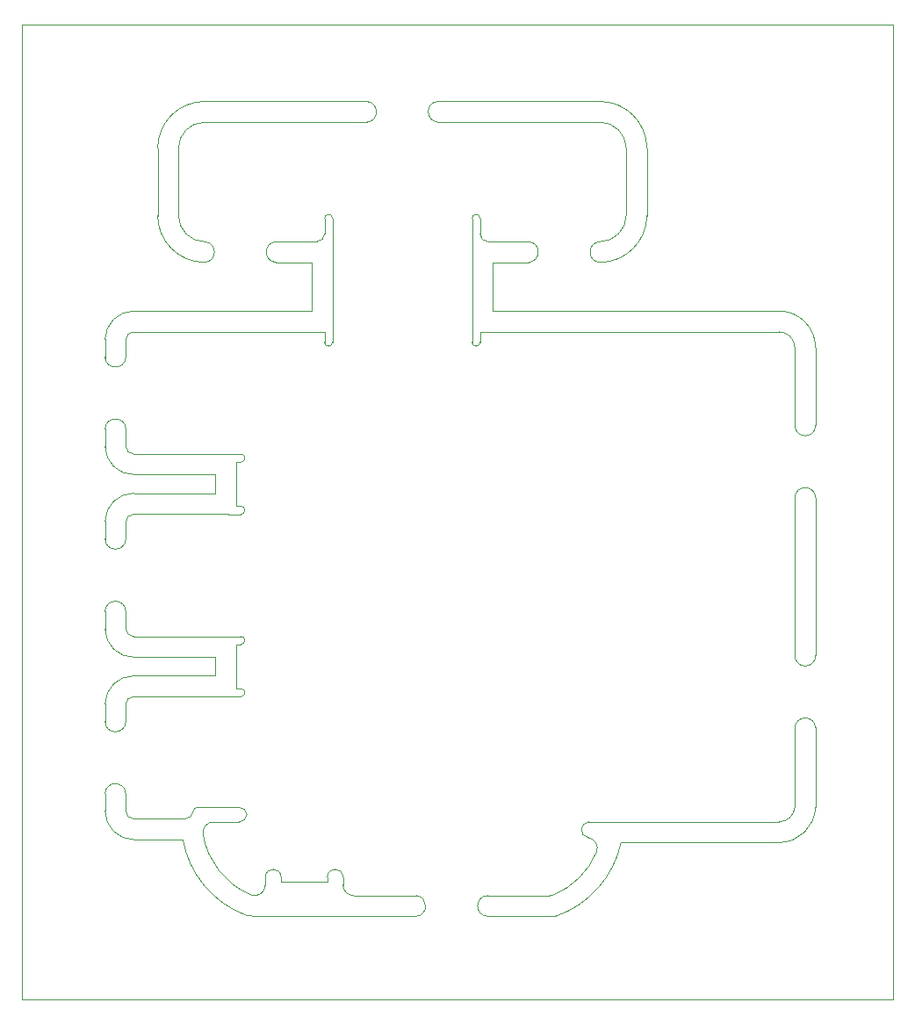
<source format=gbr>
%TF.GenerationSoftware,KiCad,Pcbnew,8.0.2*%
%TF.CreationDate,2024-10-13T20:58:59-05:00*%
%TF.ProjectId,PM1C_Rev_1_2,504d3143-5f52-4657-965f-315f322e6b69,1*%
%TF.SameCoordinates,PX297003ePY8770cd2*%
%TF.FileFunction,Profile,NP*%
%FSLAX46Y46*%
G04 Gerber Fmt 4.6, Leading zero omitted, Abs format (unit mm)*
G04 Created by KiCad (PCBNEW 8.0.2) date 2024-10-13 20:58:59*
%MOMM*%
%LPD*%
G01*
G04 APERTURE LIST*
%TA.AperFunction,Profile*%
%ADD10C,0.050000*%
%TD*%
G04 APERTURE END LIST*
D10*
X40097062Y84569560D02*
G75*
G02*
X40101269Y86567296I65708J998734D01*
G01*
X16969160Y18517970D02*
X20924570Y18514794D01*
X74512989Y18551479D02*
X74512989Y26194681D01*
X44154220Y63354860D02*
G75*
G02*
X43392220Y63354860I-381000J0D01*
G01*
X13072620Y82043883D02*
X13073580Y75546186D01*
X-430Y93999794D02*
X83999570Y93999794D01*
X83999570Y-206D01*
X-430Y-206D01*
X-430Y93999794D01*
X29168200Y75298540D02*
G75*
G02*
X29930200Y75298540I381000J0D01*
G01*
X9998577Y61899780D02*
G75*
G02*
X7995987Y61914854I-1000907J59114D01*
G01*
X7999863Y37389737D02*
G75*
G02*
X10000743Y37424144I1000957J-12853D01*
G01*
X22454767Y8002644D02*
G75*
G02*
X21556793Y8128563I-37397J2998150D01*
G01*
X22045552Y10078199D02*
G75*
G02*
X17446829Y15937321I2931018J7034795D01*
G01*
X27931868Y66361539D02*
X27932828Y71048365D01*
X76511758Y33187968D02*
G75*
G02*
X74512624Y33200892I-999988J-58674D01*
G01*
X7999863Y28504613D02*
G75*
G02*
X10786749Y31195431I2762107J-72119D01*
G01*
X58249620Y75589710D02*
X58251240Y82029550D01*
X18653896Y50592202D02*
X18653896Y48802160D01*
X43392220Y75298540D02*
G75*
G02*
X44154220Y75298540I381000J0D01*
G01*
X21097280Y34985088D02*
G75*
G02*
X21097282Y34220700I7690J-382194D01*
G01*
X51424443Y8004611D02*
X44921701Y8004611D01*
X15071180Y82029550D02*
X15072140Y75588427D01*
X23453200Y11014800D02*
G75*
G02*
X22045542Y10078174I-1015630J294D01*
G01*
X55734082Y86567304D02*
G75*
G02*
X60249809Y82044169I-21712J-4537410D01*
G01*
X55734082Y86567304D02*
X40101268Y86567304D01*
X74511690Y62830860D02*
X74511690Y55318742D01*
X29422200Y11776800D02*
G75*
G02*
X30946200Y11776800I762000J0D01*
G01*
X10000740Y28429060D02*
X10000740Y26751726D01*
X18653471Y32985423D02*
X18653471Y31195381D01*
X21556789Y8128551D02*
G75*
G02*
X15505479Y15404128I3379981J8965543D01*
G01*
X10000740Y46010960D02*
G75*
G02*
X10762740Y46772924I762030J-66D01*
G01*
X45390552Y66361825D02*
X73009751Y66361825D01*
X17588338Y86567018D02*
X33221152Y86567018D01*
X29930200Y63354860D02*
G75*
G02*
X29168200Y63354860I-381000J0D01*
G01*
X7999862Y35671257D02*
X7999862Y37389737D01*
X24492266Y73048703D02*
X28407160Y73048417D01*
X40097062Y84569560D02*
X55711230Y84569560D01*
X21097300Y29954091D02*
X20657300Y29955004D01*
X60248180Y75547755D02*
G75*
G02*
X55724153Y71049914I-4540110J42439D01*
G01*
X10765000Y52565000D02*
X19895888Y52564281D01*
X21688770Y17803988D02*
G75*
G02*
X20899568Y17099736I-761300J58806D01*
G01*
X20657280Y34219688D02*
X20656910Y29954854D01*
X29169160Y73810417D02*
G75*
G02*
X28407160Y73048404I-762090J77D01*
G01*
X72987690Y64354860D02*
G75*
G02*
X74511736Y62830860I80J-1523966D01*
G01*
X21099590Y46769710D02*
X19895908Y46770623D01*
X37981640Y8002644D02*
X22454767Y8002644D01*
X29168200Y63354860D02*
X29168200Y64354860D01*
X17612150Y73048417D02*
G75*
G02*
X15072193Y75588427I20J2539977D01*
G01*
X10000740Y18164910D02*
X10000740Y19818038D01*
X21097300Y29954091D02*
G75*
G02*
X21097302Y29189697I7770J-382197D01*
G01*
X10762710Y34984894D02*
X19893598Y34984175D01*
X18653471Y31195381D02*
X10786749Y31195381D01*
X31962210Y9999840D02*
G75*
G02*
X30946216Y11015840I160J1016154D01*
G01*
X7995987Y63633334D02*
G75*
G02*
X10788848Y66361495I2786583J-59040D01*
G01*
X76511758Y33187968D02*
X76511758Y48356999D01*
X18653896Y50592202D02*
X10787174Y50592202D01*
X43392220Y63354860D02*
X43392220Y75298540D01*
X18653896Y48802160D02*
X10787174Y48802160D01*
X29422200Y11359840D02*
X29422200Y11776800D01*
X54633207Y17108272D02*
X54695230Y17110800D01*
X54695230Y17110810D02*
X72987690Y17110810D01*
X74512660Y33200889D02*
X74512660Y48369920D01*
X10765000Y52565000D02*
G75*
G02*
X9999976Y53330000I-530J764494D01*
G01*
X10000740Y28429060D02*
G75*
G02*
X10762740Y29191024I762030J-66D01*
G01*
X44904117Y10000977D02*
X50887740Y10000977D01*
X10005000Y54965000D02*
X10000000Y53330000D01*
X27932828Y71048365D02*
X24488060Y71050959D01*
X30946200Y11776800D02*
X30946200Y11015840D01*
X19894900Y29192854D02*
X10760450Y29192854D01*
X51199402Y10051668D02*
G75*
G02*
X50887740Y9999829I-283132J739426D01*
G01*
X45390552Y66361825D02*
X45388932Y71049934D01*
X48829494Y73049414D02*
G75*
G02*
X48833702Y71051642I-61524J-999020D01*
G01*
X73022161Y15115114D02*
X57751898Y15115114D01*
X44154220Y75298540D02*
X44152600Y73811700D01*
X16472561Y18076188D02*
G75*
G02*
X16969160Y18517990I496509J-58094D01*
G01*
X74512989Y26194681D02*
G75*
G02*
X76506110Y26198184I996681J-66687D01*
G01*
X10762740Y34984810D02*
G75*
G02*
X10000786Y35746810I-70J761884D01*
G01*
X21097280Y34985088D02*
X19893598Y34984175D01*
X23453200Y11776800D02*
G75*
G02*
X24977200Y11776800I762000J0D01*
G01*
X21099570Y51800707D02*
X20659570Y51799794D01*
X31962210Y9999840D02*
X37993506Y9999840D01*
X45388932Y71049934D02*
X48833700Y71051670D01*
X9998578Y61899780D02*
X9998578Y63582661D01*
X8000287Y54996516D02*
G75*
G02*
X10004942Y54964999I1001883J-44022D01*
G01*
X10000740Y35746810D02*
X10000740Y37424144D01*
X18653471Y32985423D02*
X10786749Y32985423D01*
X74512989Y18551479D02*
G75*
G02*
X72987690Y17110784I-1525419J87215D01*
G01*
X27931868Y66361539D02*
X10788848Y66361539D01*
X9998578Y63582661D02*
G75*
G02*
X10762740Y64354827I764192J7933D01*
G01*
X37993506Y9999840D02*
G75*
G02*
X37981640Y8002640I-82336J-998146D01*
G01*
X29168200Y64354860D02*
X10762740Y64354860D01*
X24488060Y71050959D02*
G75*
G02*
X24492266Y73048697I65710J998735D01*
G01*
X17612150Y73048417D02*
G75*
G02*
X17597606Y71048381I-61580J-999623D01*
G01*
X74512660Y48369920D02*
G75*
G02*
X76511782Y48357000I999310J-45326D01*
G01*
X7999816Y19824254D02*
G75*
G02*
X10000708Y19818037I1000354J-32660D01*
G01*
X44154220Y64354860D02*
X44154220Y63354860D01*
X7999862Y28504613D02*
X7999862Y26786133D01*
X54589440Y15594180D02*
G75*
G02*
X55387297Y14199912I-140970J-1006086D01*
G01*
X29930200Y75298540D02*
X29930200Y63354860D01*
X20659570Y51799794D02*
X20659200Y47534960D01*
X44914600Y73049700D02*
X48829494Y73049414D01*
X21099590Y47534197D02*
G75*
G02*
X21099592Y46769791I7780J-382203D01*
G01*
X72987690Y64354860D02*
X44154220Y64354860D01*
X20924570Y18514794D02*
G75*
G02*
X21688813Y17803991I-3300J-769800D01*
G01*
X55711230Y84569560D02*
G75*
G02*
X58251236Y82029550I-160J-2540166D01*
G01*
X21097300Y29189604D02*
X19893618Y29190517D01*
X10001165Y44358505D02*
G75*
G02*
X8000278Y44392912I-999925J47349D01*
G01*
X21099570Y52565194D02*
G75*
G02*
X21099572Y51800794I7700J-382200D01*
G01*
X8000287Y46111392D02*
X8000287Y44392912D01*
X55387322Y14199908D02*
G75*
G02*
X51199393Y10051690I-7025252J2904386D01*
G01*
X10786749Y32985423D02*
G75*
G02*
X7999875Y35671257I-29879J2757771D01*
G01*
X8000288Y46111392D02*
G75*
G02*
X10787174Y48802205I2762082J-72098D01*
G01*
X15071180Y82029550D02*
G75*
G02*
X17611190Y84569584I2539890J144D01*
G01*
X24977200Y11776800D02*
X24977200Y11359840D01*
X24977200Y11359840D02*
X29422200Y11359840D01*
X21099570Y52565194D02*
X19895888Y52564281D01*
X21097280Y34220601D02*
X20657280Y34219688D01*
X10758458Y15404131D02*
G75*
G02*
X7999807Y18171126I4112J2762763D01*
G01*
X76506828Y62853058D02*
X76512905Y55340942D01*
X29169160Y73810417D02*
X29168200Y75298540D01*
X17446824Y15937320D02*
G75*
G02*
X18449569Y17099721I995346J155074D01*
G01*
X10762740Y17402910D02*
G75*
G02*
X10000786Y18164910I-70J761884D01*
G01*
X8000287Y53278036D02*
X8000287Y54996516D01*
X17597607Y71048365D02*
G75*
G02*
X13073610Y75546186I15963J4540129D01*
G01*
X58249620Y75589710D02*
G75*
G02*
X55709610Y73049744I-2539850J-116D01*
G01*
X44921701Y8004611D02*
G75*
G02*
X44904117Y10000982I2269J998283D01*
G01*
X7999816Y18171126D02*
X7999816Y19824254D01*
X33225358Y84569274D02*
X17611190Y84569274D01*
X7995986Y63633334D02*
X7995986Y61914854D01*
X55724153Y71049934D02*
G75*
G02*
X55709612Y73049665I47017J1000260D01*
G01*
X13072620Y82043883D02*
G75*
G02*
X17588338Y86567024I4537500J-14329D01*
G01*
X10787174Y50592202D02*
G75*
G02*
X8000251Y53278035I-30004J2757692D01*
G01*
X44914600Y73049700D02*
G75*
G02*
X44152576Y73811700I-30J761994D01*
G01*
X20899570Y17099794D02*
X18449570Y17099794D01*
X73009751Y66361825D02*
G75*
G02*
X76506795Y62853058I-34081J-3531031D01*
G01*
X10762740Y17402910D02*
X15715740Y17402910D01*
X10000740Y46010960D02*
X10001165Y44358505D01*
X60249800Y82044169D02*
X60248180Y75547755D01*
X10000740Y26751726D02*
G75*
G02*
X7999866Y26786133I-999920J47258D01*
G01*
X33221152Y86567018D02*
G75*
G02*
X33225360Y84569238I-61582J-999024D01*
G01*
X15505493Y15404131D02*
X10758458Y15404131D01*
X76506032Y18554976D02*
X76506032Y26198178D01*
X23453200Y11014800D02*
X23453200Y11776800D01*
X16472557Y18076186D02*
G75*
G02*
X15715740Y17402926I-756787J88708D01*
G01*
X57751898Y15115114D02*
G75*
G02*
X51424442Y8004615I-9409188J2002430D01*
G01*
X54589435Y15594180D02*
G75*
G02*
X54633209Y17108251I105635J754614D01*
G01*
X76506668Y18554962D02*
G75*
G02*
X73022161Y15115157I-3518998J79932D01*
G01*
X21099590Y47534197D02*
X20659590Y47535110D01*
X76512905Y55340942D02*
G75*
G02*
X74511654Y55318741I-1000735J-1248D01*
G01*
X19897190Y46772960D02*
X10762740Y46772960D01*
M02*

</source>
